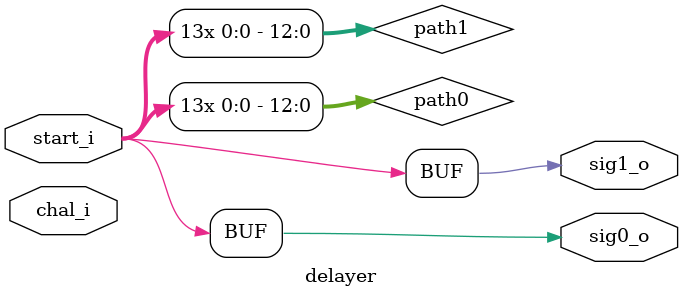
<source format=v>
`timescale 1ns / 1ps

module delayer #(parameter N = 12)(
    input  [N-1:0] chal_i,
    input  start_i,
    output sig0_o,
    output sig1_o
);
    (* keep = "true", dont_touch = "true" *) wire [N:0] path0, path1;

    assign path0[0] = start_i;
    assign path1[0] = start_i;

    genvar i;
    generate
        for (i = 0; i < N; i = i + 1) begin
            assign path0[i+1] = chal_i[i] ? path1[i] : path0[i];
            assign path1[i+1] = chal_i[i] ? path0[i] : path1[i];
        end
    endgenerate

    assign sig0_o = path0[N];
    assign sig1_o = path1[N];
endmodule

</source>
